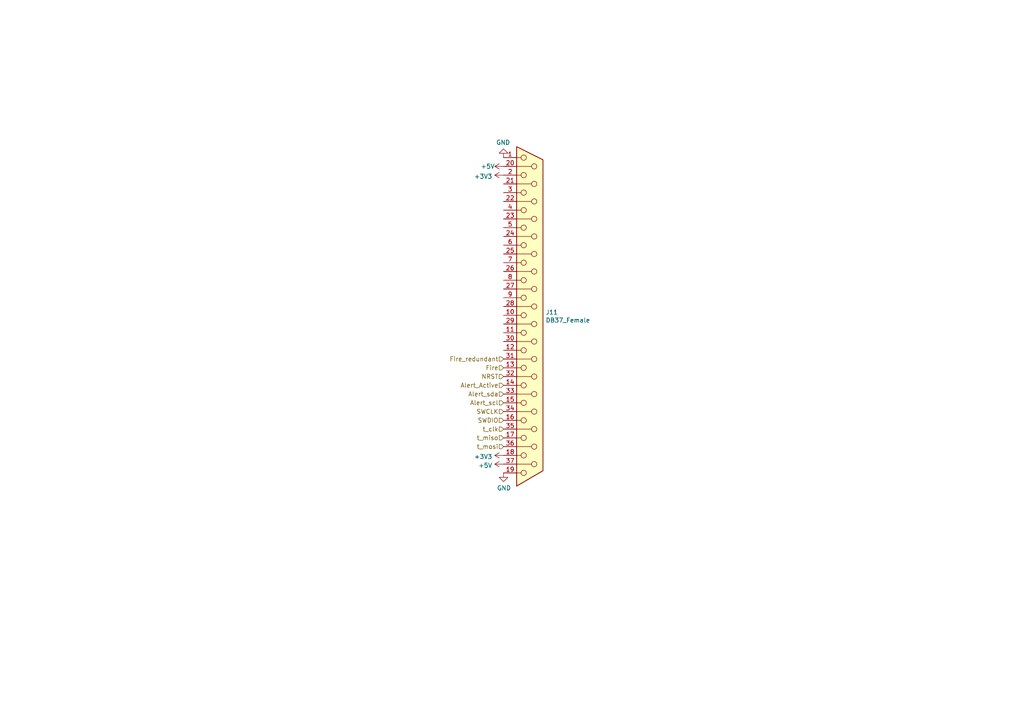
<source format=kicad_sch>
(kicad_sch (version 20211123) (generator eeschema)
  (paper "A4")
  (lib_symbols
    (symbol "Connector:DB37_Female" (pin_names (offset 1.016) hide)
      (property "Reference" "J" (at 0 50.165 0))
      (property "Value" "DB37_Female" (at 0 -50.8 0))
      (symbol "DB37_Female_0_1"
        (circle (center -1.778 -45.72) (radius 0.762))
        (circle (center -1.778 -40.64) (radius 0.762))
        (circle (center -1.778 -35.56) (radius 0.762))
        (circle (center -1.778 -30.48) (radius 0.762))
        (circle (center -1.778 -25.4) (radius 0.762))
        (circle (center -1.778 -20.32) (radius 0.762))
        (circle (center -1.778 -15.24) (radius 0.762))
        (circle (center -1.778 -10.16) (radius 0.762))
        (circle (center -1.778 -5.08) (radius 0.762))
        (circle (center -1.778 0) (radius 0.762))
        (circle (center -1.778 5.08) (radius 0.762))
        (circle (center -1.778 10.16) (radius 0.762))
        (circle (center -1.778 15.24) (radius 0.762))
        (circle (center -1.778 20.32) (radius 0.762))
        (circle (center -1.778 25.4) (radius 0.762))
        (circle (center -1.778 30.48) (radius 0.762))
        (circle (center -1.778 35.56) (radius 0.762))
        (circle (center -1.778 40.64) (radius 0.762))
        (circle (center -1.778 45.72) (radius 0.762))
        (polyline (pts (xy -3.81 -45.72) (xy -2.54 -45.72)))
        (polyline (pts (xy -3.81 -43.18) (xy 0.508 -43.18)))
        (polyline (pts (xy -3.81 -40.64) (xy -2.54 -40.64)))
        (polyline (pts (xy -3.81 -38.1) (xy 0.508 -38.1)))
        (polyline (pts (xy -3.81 -35.56) (xy -2.54 -35.56)))
        (polyline (pts (xy -3.81 -33.02) (xy 0.508 -33.02)))
        (polyline (pts (xy -3.81 -30.48) (xy -2.54 -30.48)))
        (polyline (pts (xy -3.81 -27.94) (xy 0.508 -27.94)))
        (polyline (pts (xy -3.81 -25.4) (xy -2.54 -25.4)))
        (polyline (pts (xy -3.81 -22.86) (xy 0.508 -22.86)))
        (polyline (pts (xy -3.81 -20.32) (xy -2.54 -20.32)))
        (polyline (pts (xy -3.81 -17.78) (xy 0.508 -17.78)))
        (polyline (pts (xy -3.81 -15.24) (xy -2.54 -15.24)))
        (polyline (pts (xy -3.81 -12.7) (xy 0.508 -12.7)))
        (polyline (pts (xy -3.81 -10.16) (xy -2.54 -10.16)))
        (polyline (pts (xy -3.81 -7.62) (xy 0.508 -7.62)))
        (polyline (pts (xy -3.81 -5.08) (xy -2.54 -5.08)))
        (polyline (pts (xy -3.81 -2.54) (xy 0.508 -2.54)))
        (polyline (pts (xy -3.81 0) (xy -2.54 0)))
        (polyline (pts (xy -3.81 2.54) (xy 0.508 2.54)))
        (polyline (pts (xy -3.81 5.08) (xy -2.54 5.08)))
        (polyline (pts (xy -3.81 7.62) (xy 0.508 7.62)))
        (polyline (pts (xy -3.81 10.16) (xy -2.54 10.16)))
        (polyline (pts (xy -3.81 12.7) (xy 0.508 12.7)))
        (polyline (pts (xy -3.81 15.24) (xy -2.54 15.24)))
        (polyline (pts (xy -3.81 17.78) (xy 0.508 17.78)))
        (polyline (pts (xy -3.81 20.32) (xy -2.54 20.32)))
        (polyline (pts (xy -3.81 22.86) (xy 0.508 22.86)))
        (polyline (pts (xy -3.81 25.4) (xy -2.54 25.4)))
        (polyline (pts (xy -3.81 27.94) (xy 0.508 27.94)))
        (polyline (pts (xy -3.81 30.48) (xy -2.54 30.48)))
        (polyline (pts (xy -3.81 33.02) (xy 0.508 33.02)))
        (polyline (pts (xy -3.81 35.56) (xy -2.54 35.56)))
        (polyline (pts (xy -3.81 38.1) (xy 0.508 38.1)))
        (polyline (pts (xy -3.81 40.64) (xy -2.54 40.64)))
        (polyline (pts (xy -3.81 43.18) (xy 0.508 43.18)))
        (polyline (pts (xy -3.81 45.72) (xy -2.54 45.72)))
        (polyline (pts (xy -3.81 -49.53) (xy 3.81 -45.085) (xy 3.81 45.085) (xy -3.81 48.895) (xy -3.81 -49.53)) (stroke (width 0.254)) (fill (type background)))
        (circle (center 1.27 -43.18) (radius 0.762))
        (circle (center 1.27 -38.1) (radius 0.762))
        (circle (center 1.27 -33.02) (radius 0.762))
        (circle (center 1.27 -27.94) (radius 0.762))
        (circle (center 1.27 -22.86) (radius 0.762))
        (circle (center 1.27 -17.78) (radius 0.762))
        (circle (center 1.27 -12.7) (radius 0.762))
        (circle (center 1.27 -7.62) (radius 0.762))
        (circle (center 1.27 -2.54) (radius 0.762))
        (circle (center 1.27 2.54) (radius 0.762))
        (circle (center 1.27 7.62) (radius 0.762))
        (circle (center 1.27 12.7) (radius 0.762))
        (circle (center 1.27 17.78) (radius 0.762))
        (circle (center 1.27 22.86) (radius 0.762))
        (circle (center 1.27 27.94) (radius 0.762))
        (circle (center 1.27 33.02) (radius 0.762))
        (circle (center 1.27 38.1) (radius 0.762))
        (circle (center 1.27 43.18) (radius 0.762))
      )
      (symbol "DB37_Female_1_1"
        (pin passive line (at -7.62 45.72 0) (length 3.81) (name "1") (number "1"))
        (pin passive line (at -7.62 0 0) (length 3.81) (name "10") (number "10"))
        (pin passive line (at -7.62 -5.08 0) (length 3.81) (name "11") (number "11"))
        (pin passive line (at -7.62 -10.16 0) (length 3.81) (name "12") (number "12"))
        (pin passive line (at -7.62 -15.24 0) (length 3.81) (name "13") (number "13"))
        (pin passive line (at -7.62 -20.32 0) (length 3.81) (name "14") (number "14"))
        (pin passive line (at -7.62 -25.4 0) (length 3.81) (name "15") (number "15"))
        (pin passive line (at -7.62 -30.48 0) (length 3.81) (name "16") (number "16"))
        (pin passive line (at -7.62 -35.56 0) (length 3.81) (name "17") (number "17"))
        (pin passive line (at -7.62 -40.64 0) (length 3.81) (name "18") (number "18"))
        (pin passive line (at -7.62 -45.72 0) (length 3.81) (name "19") (number "19"))
        (pin passive line (at -7.62 40.64 0) (length 3.81) (name "2") (number "2"))
        (pin passive line (at -7.62 43.18 0) (length 3.81) (name "20") (number "20"))
        (pin passive line (at -7.62 38.1 0) (length 3.81) (name "21") (number "21"))
        (pin passive line (at -7.62 33.02 0) (length 3.81) (name "22") (number "22"))
        (pin passive line (at -7.62 27.94 0) (length 3.81) (name "23") (number "23"))
        (pin passive line (at -7.62 22.86 0) (length 3.81) (name "24") (number "24"))
        (pin passive line (at -7.62 17.78 0) (length 3.81) (name "25") (number "25"))
        (pin passive line (at -7.62 12.7 0) (length 3.81) (name "26") (number "26"))
        (pin passive line (at -7.62 7.62 0) (length 3.81) (name "27") (number "27"))
        (pin passive line (at -7.62 2.54 0) (length 3.81) (name "28") (number "28"))
        (pin passive line (at -7.62 -2.54 0) (length 3.81) (name "29") (number "29"))
        (pin passive line (at -7.62 35.56 0) (length 3.81) (name "3") (number "3"))
        (pin passive line (at -7.62 -7.62 0) (length 3.81) (name "30") (number "30"))
        (pin passive line (at -7.62 -12.7 0) (length 3.81) (name "31") (number "31"))
        (pin passive line (at -7.62 -17.78 0) (length 3.81) (name "32") (number "32"))
        (pin passive line (at -7.62 -22.86 0) (length 3.81) (name "33") (number "33"))
        (pin passive line (at -7.62 -27.94 0) (length 3.81) (name "34") (number "34"))
        (pin passive line (at -7.62 -33.02 0) (length 3.81) (name "35") (number "35"))
        (pin passive line (at -7.62 -38.1 0) (length 3.81) (name "36") (number "36"))
        (pin passive line (at -7.62 -43.18 0) (length 3.81) (name "37") (number "37"))
        (pin passive line (at -7.62 30.48 0) (length 3.81) (name "4") (number "4"))
        (pin passive line (at -7.62 25.4 0) (length 3.81) (name "5") (number "5"))
        (pin passive line (at -7.62 20.32 0) (length 3.81) (name "6") (number "6"))
        (pin passive line (at -7.62 15.24 0) (length 3.81) (name "7") (number "7"))
        (pin passive line (at -7.62 10.16 0) (length 3.81) (name "8") (number "8"))
        (pin passive line (at -7.62 5.08 0) (length 3.81) (name "9") (number "9"))
      )
    )
    (symbol "power:+3.3V" (power) (pin_names (offset 0))
      (property "Value" "+3.3V" (at 0 3.556 0))
      (symbol "+3.3V_0_1"
        (polyline (pts (xy -0.762 1.27) (xy 0 2.54)))
        (polyline (pts (xy 0 0) (xy 0 2.54)))
        (polyline (pts (xy 0 2.54) (xy 0.762 1.27)))
      )
      (symbol "+3.3V_1_1"
        (pin power_in line (at 0 0 90) (length 0) hide (name "+3V3") (number "1"))
      )
    )
    (symbol "power:+5V" (power) (pin_names (offset 0))
      (property "Value" "+5V" (at 0 3.556 0))
      (symbol "+5V_0_1"
        (polyline (pts (xy -0.762 1.27) (xy 0 2.54)))
        (polyline (pts (xy 0 0) (xy 0 2.54)))
        (polyline (pts (xy 0 2.54) (xy 0.762 1.27)))
      )
      (symbol "+5V_1_1"
        (pin power_in line (at 0 0 90) (length 0) hide (name "+5V") (number "1"))
      )
    )
    (symbol "power:GND" (power) (pin_names (offset 0))
      (property "Value" "GND" (at 0 -3.81 0))
      (symbol "GND_0_1"
        (polyline (pts (xy 0 0) (xy 0 -1.27) (xy 1.27 -1.27) (xy 0 -2.54) (xy -1.27 -1.27) (xy 0 -1.27)))
      )
      (symbol "GND_1_1"
        (pin power_in line (at 0 0 270) (length 0) hide (name "GND") (number "1"))
      )
    )
  )
  (hierarchical_label "Alert_scl" (shape input) (at 146.05 116.84 180))
  (hierarchical_label "NRST" (shape input) (at 146.05 109.22 180))
  (hierarchical_label "SWCLK" (shape input) (at 146.05 119.38 180))
  (hierarchical_label "Alert_Active" (shape input) (at 146.05 111.76 180))
  (hierarchical_label "t_mosi" (shape input) (at 146.05 129.54 180))
  (hierarchical_label "t_clk" (shape input) (at 146.05 124.46 180))
  (hierarchical_label "Fire_redundant" (shape input) (at 146.05 104.14 180))
  (hierarchical_label "t_miso" (shape input) (at 146.05 127 180))
  (hierarchical_label "Fire" (shape input) (at 146.05 106.68 180))
  (hierarchical_label "SWDIO" (shape input) (at 146.05 121.92 180))
  (hierarchical_label "Alert_sda" (shape input) (at 146.05 114.3 180))
  (symbol (lib_id "power:+3.3V") (at 146.05 132.08 90) (mirror x)
    (property "Reference" "#PWR064" (effects hide))
    (property "Value" "+3.3V" (at 142.7988 132.461 90) (effects (justify left)))
  )
  (symbol (lib_id "power:+5V") (at 146.05 48.26 90) (mirror x)
    (property "Reference" "#PWR062" (effects hide))
    (property "Value" "+5V" (at 143.51 48.26 90) (effects (justify left)))
  )
  (symbol (lib_id "power:+5V") (at 146.05 134.62 90) (mirror x)
    (property "Reference" "#PWR065" (effects hide))
    (property "Value" "+5V" (at 142.7988 135.001 90) (effects (justify left)))
  )
  (symbol (lib_id "power:+3.3V") (at 146.05 50.8 90) (mirror x)
    (property "Reference" "#PWR063" (effects hide))
    (property "Value" "+3.3V" (at 142.7988 51.181 90) (effects (justify left)))
  )
  (symbol (lib_id "power:GND") (at 146.05 45.72 180)
    (property "Reference" "#PWR061" (effects hide))
    (property "Value" "GND" (at 145.923 41.3258 0))
  )
  (symbol (lib_id "Connector:DB37_Female") (at 153.67 91.44 0)
    (property "Reference" "J11" (at 158.242 90.5764 0) (effects (justify left)))
    (property "Value" "DB37_Female" (at 158.242 92.8878 0) (effects (justify left)))
    (property "Footprint" "1-747301-6:TE_1-747301-6" (effects hide))
    (property "Datasheet" " ~" (effects hide))
  )
  (symbol (lib_id "power:GND") (at 146.05 137.16 0)
    (property "Reference" "#PWR066" (effects hide))
    (property "Value" "GND" (at 146.177 141.5542 0))
  )
)
</source>
